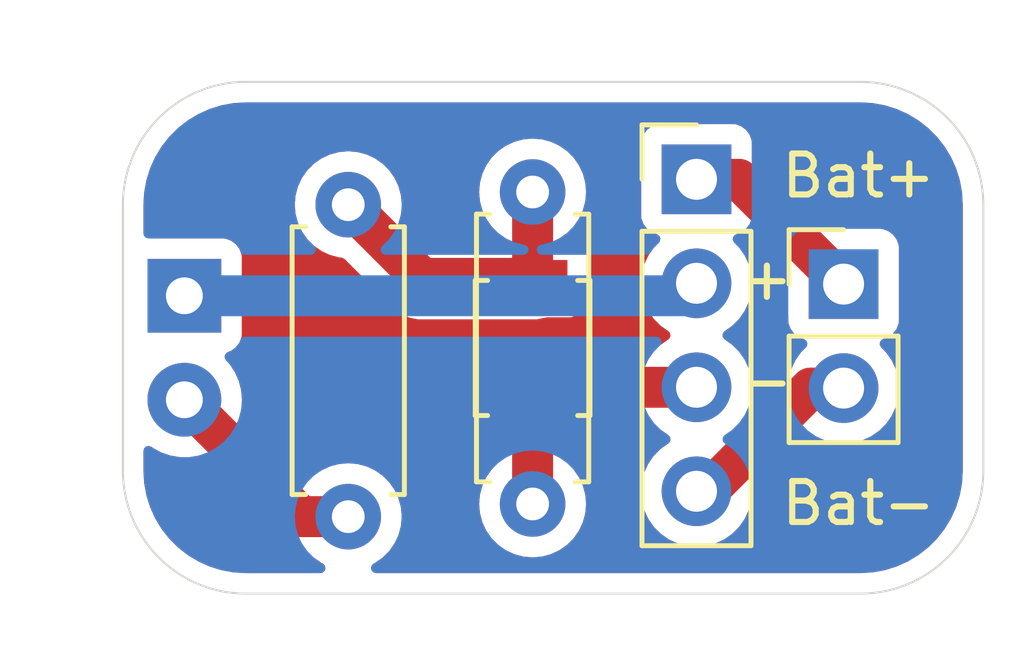
<source format=kicad_pcb>
(kicad_pcb (version 20240108) (generator "pcbnew") (generator_version "8.0")
  (layers (0 "F.Cu" signal) (31 "B.Cu" signal) (34 "B.Paste" user) (35 "F.Paste" user) (36 "B.SilkS" user "B.Silkscreen") (37 "F.SilkS" user "F.Silkscreen") (38 "B.Mask" user) (39 "F.Mask" user) (44 "Edge.Cuts" user))
  (net 0 "")
  (net 1 "Net-(BT1--)")
  (net 2 "Net-(BT1-+)")
  (net 3 "Net-(D1-A)")
  (net 4 "Net-(R1-Pad2)")
  (net 5 "Net-(BatteryChargeModule1-+)")
  (net 6 "Net-(BatteryChargeModule1--)")
  (footprint "Personal:Battery Charge Module" (layer "F.Cu") (at 156.06 98.77)
    (property "Reference" "BatteryChargeModule1" (hide yes))
    (property "Value" "~" (hide yes))
    (fp_line (start -1.33 -4.91) (end 0 -4.91) (stroke (width 0.12)) (layer "F.SilkS"))
    (fp_line (start -1.33 -3.58) (end -1.33 -4.91) (stroke (width 0.12)) (layer "F.SilkS"))
    (fp_line (start -1.33 -2.31) (end -1.33 5.37) (stroke (width 0.12)) (layer "F.SilkS"))
    (fp_line (start -1.33 -2.31) (end 1.33 -2.31) (stroke (width 0.12)) (layer "F.SilkS"))
    (fp_line (start -1.33 5.37) (end 1.33 5.37) (stroke (width 0.12)) (layer "F.SilkS"))
    (fp_line (start 1.33 -2.31) (end 1.33 5.37) (stroke (width 0.12)) (layer "F.SilkS"))
    (fp_text user "Bat-" (at 2 4.92 0) (layer "F.SilkS") (effects (justify left bottom)))
    (fp_text user "+" (at 1 -0.58 0) (layer "F.SilkS") (effects (justify left bottom)))
    (fp_text user "Bat+" (at 2 -3.08 0) (layer "F.SilkS") (effects (justify left bottom)))
    (fp_text user "-" (at 1 1.92 0) (layer "F.SilkS") (effects (justify left bottom)))
    (pad "1" thru_hole rect (at 0 -3.58) (size 1.7 1.7) (drill 1) (layers "*.Cu" "*.Mask") (net 2 "Net-(BT1-+)"))
    (pad "2" thru_hole oval (at 0 -1.04) (size 1.7 1.7) (drill 1) (layers "*.Cu" "*.Mask") (net 5 "Net-(BatteryChargeModule1-+)"))
    (pad "3" thru_hole oval (at 0 1.5) (size 1.7 1.7) (drill 1) (layers "*.Cu" "*.Mask") (net 6 "Net-(BatteryChargeModule1--)"))
    (pad "4" thru_hole oval (at 0 4.04) (size 1.7 1.7) (drill 1) (layers "*.Cu" "*.Mask") (net 1 "Net-(BT1--)"))
  )
  (footprint "Connector_PinHeader_2.54mm:PinHeader_1x02_P2.54mm_Vertical" (layer "F.Cu") (at 159.65 97.75)
    (property "Reference" "BT1" (hide yes))
    (property "Value" "Battery" (hide yes))
    (fp_line (start -1.33 -1.33) (end 0 -1.33) (stroke (width 0.12)) (layer "F.SilkS"))
    (fp_line (start -1.33 0) (end -1.33 -1.33) (stroke (width 0.12)) (layer "F.SilkS"))
    (fp_line (start -1.33 1.27) (end -1.33 3.87) (stroke (width 0.12)) (layer "F.SilkS"))
    (fp_line (start -1.33 1.27) (end 1.33 1.27) (stroke (width 0.12)) (layer "F.SilkS"))
    (fp_line (start -1.33 3.87) (end 1.33 3.87) (stroke (width 0.12)) (layer "F.SilkS"))
    (fp_line (start 1.33 1.27) (end 1.33 3.87) (stroke (width 0.12)) (layer "F.SilkS"))
    (pad "1" thru_hole rect (at 0 0) (size 1.7 1.7) (drill 1) (layers "*.Cu" "*.Mask") (net 2 "Net-(BT1-+)"))
    (pad "2" thru_hole oval (at 0 2.54) (size 1.7 1.7) (drill 1) (layers "*.Cu" "*.Mask") (net 1 "Net-(BT1--)"))
  )
  (footprint "Resistor_THT:R_Axial_DIN0207_L6.3mm_D2.5mm_P7.62mm_Horizontal" (layer "F.Cu") (at 147.56 103.43 90)
    (property "Reference" "R1" (hide yes))
    (property "Value" "R_US" (hide yes))
    (fp_line (start 7.08 -1.37) (end 7.08 -1.04) (stroke (width 0.12)) (layer "F.SilkS"))
    (fp_line (start 0.54 -1.37) (end 7.08 -1.37) (stroke (width 0.12)) (layer "F.SilkS"))
    (fp_line (start 0.54 -1.04) (end 0.54 -1.37) (stroke (width 0.12)) (layer "F.SilkS"))
    (fp_line (start 0.54 1.04) (end 0.54 1.37) (stroke (width 0.12)) (layer "F.SilkS"))
    (fp_line (start 7.08 1.37) (end 7.08 1.04) (stroke (width 0.12)) (layer "F.SilkS"))
    (fp_line (start 0.54 1.37) (end 7.08 1.37) (stroke (width 0.12)) (layer "F.SilkS"))
    (pad "1" thru_hole circle (at 0 0 90) (size 1.6 1.6) (drill 0.8) (layers "*.Cu" "*.Mask") (net 3 "Net-(D1-A)"))
    (pad "2" thru_hole oval (at 7.62 0 90) (size 1.6 1.6) (drill 0.8) (layers "*.Cu" "*.Mask") (net 4 "Net-(R1-Pad2)"))
  )
  (footprint "LED_THT:LED_D5.0mm_Horizontal_O1.27mm_Z3.0mm" (layer "F.Cu") (at 143.56 98.035 -90)
    (property "Reference" "D1" (hide yes))
    (property "Value" "LED" (hide yes))
    (pad "1" thru_hole rect (at 0 0 270) (size 1.8 1.8) (drill 0.9) (layers "*.Cu" "*.Mask") (net 5 "Net-(BatteryChargeModule1-+)"))
    (pad "2" thru_hole circle (at 2.54 0 270) (size 1.8 1.8) (drill 0.9) (layers "*.Cu" "*.Mask") (net 3 "Net-(D1-A)"))
  )
  (footprint "Resistor_THT:R_Axial_DIN0207_L6.3mm_D2.5mm_P7.62mm_Horizontal" (layer "F.Cu") (at 152.06 103.12 90)
    (property "Reference" "R1" (hide yes))
    (property "Value" "R_US" (hide yes))
    (fp_line (start 7.08 -1.37) (end 7.08 -1.04) (stroke (width 0.12)) (layer "F.SilkS"))
    (fp_line (start 0.54 -1.37) (end 7.08 -1.37) (stroke (width 0.12)) (layer "F.SilkS"))
    (fp_line (start 0.54 -1.04) (end 0.54 -1.37) (stroke (width 0.12)) (layer "F.SilkS"))
    (fp_line (start 0.54 1.04) (end 0.54 1.37) (stroke (width 0.12)) (layer "F.SilkS"))
    (fp_line (start 7.08 1.37) (end 7.08 1.04) (stroke (width 0.12)) (layer "F.SilkS"))
    (fp_line (start 0.54 1.37) (end 7.08 1.37) (stroke (width 0.12)) (layer "F.SilkS"))
    (pad "1" thru_hole circle (at 0 0 90) (size 1.6 1.6) (drill 0.8) (layers "*.Cu" "*.Mask") (net 6 "Net-(BatteryChargeModule1--)"))
    (pad "2" thru_hole oval (at 7.62 0 90) (size 1.6 1.6) (drill 0.8) (layers "*.Cu" "*.Mask") (net 4 "Net-(R1-Pad2)"))
  )
  (footprint "Button_Switch_SMD:SW_SPST_B3U-1000P" (layer "F.Cu") (at 152.06 99.31 -90)
    (property "Reference" "SW1" (hide yes))
    (property "Value" "SW_Push")
    (fp_line (start -1.65 1.4) (end 1.65 1.4) (stroke (width 0.12)) (layer "F.SilkS"))
    (fp_line (start 1.65 1.4) (end 1.65 1.1) (stroke (width 0.12)) (layer "F.SilkS"))
    (fp_line (start -1.65 1.1) (end -1.65 1.4) (stroke (width 0.12)) (layer "F.SilkS"))
    (fp_line (start -1.65 -1.1) (end -1.65 -1.4) (stroke (width 0.12)) (layer "F.SilkS"))
    (fp_line (start -1.65 -1.4) (end 1.65 -1.4) (stroke (width 0.12)) (layer "F.SilkS"))
    (fp_line (start 1.65 -1.4) (end 1.65 -1.1) (stroke (width 0.12)) (layer "F.SilkS"))
    (pad "1" smd rect (at -1.7 0 270) (size 0.9 1.7) (layers "F.Cu" "F.Paste" "F.Mask") (net 4 "Net-(R1-Pad2)"))
    (pad "2" smd rect (at 1.7 0 270) (size 0.9 1.7) (layers "F.Cu" "F.Paste" "F.Mask") (net 6 "Net-(BatteryChargeModule1--)"))
  )
  (gr_arc (start 160.06 92.81) (mid 162.18132 93.68868) (end 163.06 95.81) (stroke (width 0.05)) (layer "Edge.Cuts"))
  (gr_line (start 160.06 105.31) (end 145.06 105.31) (stroke (width 0.05)) (layer "Edge.Cuts"))
  (gr_line (start 163.06 95.81) (end 163.06 102.31) (stroke (width 0.05)) (layer "Edge.Cuts"))
  (gr_arc (start 142.06 95.81) (mid 142.93868 93.68868) (end 145.06 92.81) (stroke (width 0.05)) (layer "Edge.Cuts"))
  (gr_line (start 142.06 102.31) (end 142.06 95.81) (stroke (width 0.05)) (layer "Edge.Cuts"))
  (gr_arc (start 145.06 105.31) (mid 142.93868 104.43132) (end 142.06 102.31) (stroke (width 0.05)) (layer "Edge.Cuts"))
  (gr_line (start 145.06 92.81) (end 160.06 92.81) (stroke (width 0.05)) (layer "Edge.Cuts"))
  (gr_arc (start 163.06 102.31) (mid 162.18132 104.43132) (end 160.06 105.31) (stroke (width 0.05)) (layer "Edge.Cuts"))
  (segment (start 158.85 100.29) (end 156.33 102.81) (width 1) (layer "F.Cu") (net 1))
  (segment (start 159.65 100.29) (end 158.85 100.29) (width 1) (layer "F.Cu") (net 1))
  (segment (start 156.33 102.81) (end 156.06 102.81) (width 1) (layer "F.Cu") (net 1))
  (segment (start 157.09 95.19) (end 156.06 95.19) (width 1) (layer "F.Cu") (net 2))
  (segment (start 159.56 97.66) (end 157.09 95.19) (width 1) (layer "F.Cu") (net 2))
  (segment (start 146.415 103.43) (end 143.56 100.575) (width 1) (layer "F.Cu") (net 3))
  (segment (start 147.56 103.43) (end 146.415 103.43) (width 1) (layer "F.Cu") (net 3))
  (segment (start 152.06 97.61) (end 149.36 97.61) (width 1) (layer "F.Cu") (net 4))
  (segment (start 149.36 97.61) (end 147.56 95.81) (width 1) (layer "F.Cu") (net 4))
  (segment (start 152.06 95.5) (end 152.06 97.61) (width 1) (layer "F.Cu") (net 4))
  (segment (start 155.755 98.035) (end 156.06 97.73) (width 1) (layer "B.Cu") (net 5))
  (segment (start 143.56 98.035) (end 155.755 98.035) (width 1) (layer "B.Cu") (net 5))
  (segment (start 152.06 103.12) (end 152.06 101.01) (width 1) (layer "F.Cu") (net 6))
  (segment (start 156.06 100.27) (end 152.8 100.27) (width 1) (layer "F.Cu") (net 6))
  (segment (start 152.8 100.27) (end 152.06 101.01) (width 1) (layer "F.Cu") (net 6))
  (zone (net 0) (net_name "") (layer "F.Cu") (connect_pads (clearance 0.5)) (min_thickness 0.25) (fill yes (thermal_gap 0.5) (thermal_bridge_width 0.5) (island_removal_mode 1) (island_area_min 10))
    (polygon (pts (xy 139.06 90.81) (xy 164.06 90.81) (xy 164.06 106.81) (xy 139.06 106.81)))
  )
  (zone (net 0) (net_name "") (layer "B.Cu") (priority 1) (connect_pads (clearance 0.5)) (min_thickness 0.25) (fill yes (thermal_gap 0.5) (thermal_bridge_width 0.5) (island_removal_mode 1) (island_area_min 10))
    (polygon (pts (xy 139.06 90.81) (xy 164.06 90.81) (xy 164.06 106.81) (xy 139.06 106.81)))
  )
)
</source>
